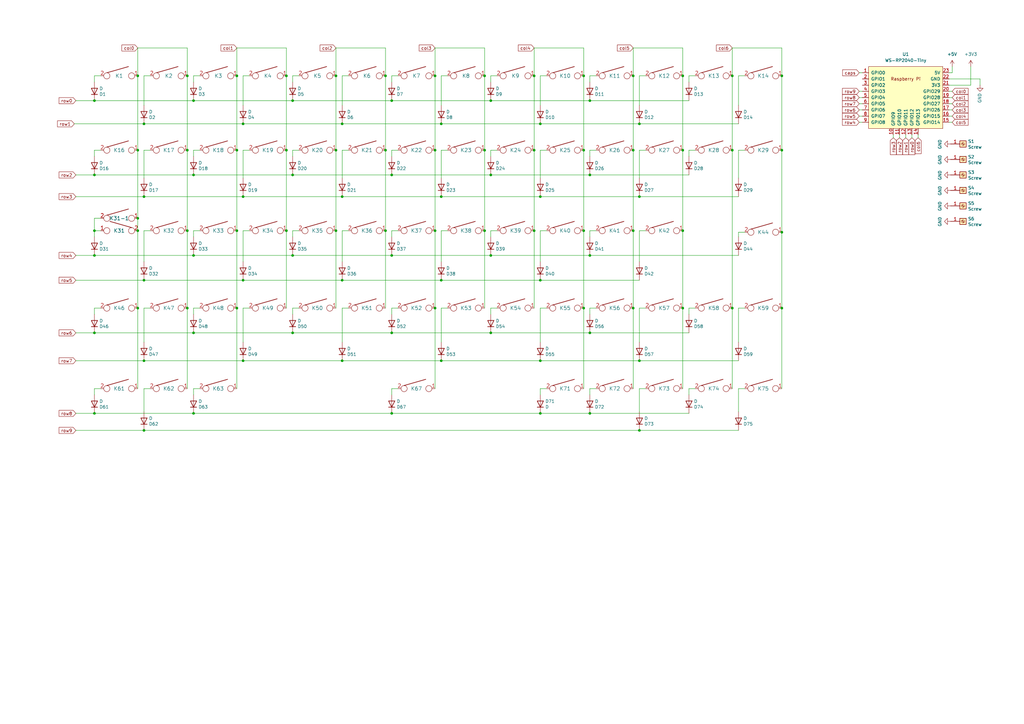
<source format=kicad_sch>
(kicad_sch (version 20211123) (generator eeschema)
  (paper "A3")
  (junction (at 198.755 94.615))
  (junction (at 198.755 61.595))
  (junction (at 59.055 176.53))
  (junction (at 56.515 94.615))
  (junction (at 201.295 104.775))
  (junction (at 241.935 169.545))
  (junction (at 140.335 80.645))
  (junction (at 262.255 50.8))
  (junction (at 280.035 31.115))
  (junction (at 120.015 136.525))
  (junction (at 201.295 71.755))
  (junction (at 280.035 126.365))
  (junction (at 79.375 71.755))
  (junction (at 300.355 126.365))
  (junction (at 201.295 41.275))
  (junction (at 259.715 61.595))
  (junction (at 320.675 126.365))
  (junction (at 239.395 126.365))
  (junction (at 56.515 31.115))
  (junction (at 158.115 31.115))
  (junction (at 56.515 61.595))
  (junction (at 219.075 94.615))
  (junction (at 178.435 61.595))
  (junction (at 137.795 31.115))
  (junction (at 160.655 169.545))
  (junction (at 262.255 80.645))
  (junction (at 221.615 114.935))
  (junction (at 178.435 31.115))
  (junction (at 97.155 61.595))
  (junction (at 76.835 126.365))
  (junction (at 221.615 50.8))
  (junction (at 120.015 104.775))
  (junction (at 79.375 104.775))
  (junction (at 137.795 61.595))
  (junction (at 76.835 31.115))
  (junction (at 38.735 169.545))
  (junction (at 79.375 169.545))
  (junction (at 300.355 31.115))
  (junction (at 219.075 61.595))
  (junction (at 180.975 80.645))
  (junction (at 239.395 31.115))
  (junction (at 320.675 61.595))
  (junction (at 99.695 114.935))
  (junction (at 97.155 31.115))
  (junction (at 180.975 147.955))
  (junction (at 76.835 61.595))
  (junction (at 280.035 61.595))
  (junction (at 241.935 104.775))
  (junction (at 38.735 41.275))
  (junction (at 137.795 94.615))
  (junction (at 259.715 94.615))
  (junction (at 97.155 94.615))
  (junction (at 221.615 147.955))
  (junction (at 117.475 31.115))
  (junction (at 178.435 126.365))
  (junction (at 120.015 71.755))
  (junction (at 241.935 136.525))
  (junction (at 241.935 41.275))
  (junction (at 239.395 61.595))
  (junction (at 239.395 94.615))
  (junction (at 59.055 147.955))
  (junction (at 59.055 80.645))
  (junction (at 79.375 136.525))
  (junction (at 158.115 94.615))
  (junction (at 259.715 126.365))
  (junction (at 79.375 41.275))
  (junction (at 221.615 169.545))
  (junction (at 99.695 80.645))
  (junction (at 201.295 136.525))
  (junction (at 38.735 136.525))
  (junction (at 120.015 41.275))
  (junction (at 97.155 126.365))
  (junction (at 198.755 31.115))
  (junction (at 56.515 126.365))
  (junction (at 59.055 50.8))
  (junction (at 300.355 61.595))
  (junction (at 140.335 147.955))
  (junction (at 320.675 31.115))
  (junction (at 59.055 114.935))
  (junction (at 140.335 114.935))
  (junction (at 158.115 61.595))
  (junction (at 160.655 136.525))
  (junction (at 76.835 94.615))
  (junction (at 180.975 114.935))
  (junction (at 140.335 50.8))
  (junction (at 262.255 147.955))
  (junction (at 178.435 94.615))
  (junction (at 160.655 41.275))
  (junction (at 262.255 176.53))
  (junction (at 99.695 50.8))
  (junction (at 117.475 61.595))
  (junction (at 99.695 147.955))
  (junction (at 38.735 71.755))
  (junction (at 180.975 50.8))
  (junction (at 280.035 94.615))
  (junction (at 160.655 104.775))
  (junction (at 38.735 104.775))
  (junction (at 241.935 71.755))
  (junction (at 160.655 71.755))
  (junction (at 219.075 31.115))
  (junction (at 320.675 95.25))
  (junction (at 221.615 80.645))
  (junction (at 38.735 94.615))
  (junction (at 56.515 89.535))
  (junction (at 117.475 94.615))
  (junction (at 259.715 31.115))
  (wire (pts (xy 97.155 94.615) (xy 97.155 126.365)))
  (wire (pts (xy 221.615 159.385) (xy 224.155 159.385)))
  (wire (pts (xy 137.795 19.685) (xy 158.115 19.685)))
  (wire (pts (xy 59.055 50.8) (xy 99.695 50.8)))
  (wire (pts (xy 390.525 40.005) (xy 389.255 40.005)))
  (wire (pts (xy 259.715 94.615) (xy 259.715 126.365)))
  (wire (pts (xy 390.525 45.085) (xy 389.255 45.085)))
  (wire (pts (xy 38.735 31.115) (xy 41.275 31.115)))
  (wire (pts (xy 221.615 80.645) (xy 262.255 80.645)))
  (wire (pts (xy 38.735 104.775) (xy 79.375 104.775)))
  (wire (pts (xy 201.295 61.595) (xy 203.835 61.595)))
  (wire (pts (xy 79.375 94.615) (xy 81.915 94.615)))
  (wire (pts (xy 198.755 61.595) (xy 198.755 94.615)))
  (wire (pts (xy 38.735 159.385) (xy 41.275 159.385)))
  (wire (pts (xy 352.425 29.845) (xy 353.695 29.845)))
  (wire (pts (xy 201.295 94.615) (xy 203.835 94.615)))
  (wire (pts (xy 120.015 33.655) (xy 120.015 31.115)))
  (wire (pts (xy 280.035 126.365) (xy 280.035 159.385)))
  (wire (pts (xy 219.075 19.685) (xy 239.395 19.685)))
  (wire (pts (xy 241.935 64.135) (xy 241.935 61.595)))
  (wire (pts (xy 59.055 176.53) (xy 262.255 176.53)))
  (wire (pts (xy 99.695 140.335) (xy 99.695 126.365)))
  (wire (pts (xy 79.375 41.275) (xy 120.015 41.275)))
  (wire (pts (xy 158.115 61.595) (xy 158.115 94.615)))
  (wire (pts (xy 59.055 126.365) (xy 61.595 126.365)))
  (wire (pts (xy 221.615 114.935) (xy 262.255 114.935)))
  (wire (pts (xy 99.695 147.955) (xy 140.335 147.955)))
  (wire (pts (xy 59.055 114.935) (xy 99.695 114.935)))
  (wire (pts (xy 160.655 41.275) (xy 201.295 41.275)))
  (wire (pts (xy 262.255 126.365) (xy 264.795 126.365)))
  (wire (pts (xy 302.895 140.335) (xy 302.895 126.365)))
  (wire (pts (xy 79.375 64.135) (xy 79.375 61.595)))
  (wire (pts (xy 374.015 56.515) (xy 374.015 55.245)))
  (wire (pts (xy 352.425 45.085) (xy 353.695 45.085)))
  (wire (pts (xy 302.895 31.115) (xy 305.435 31.115)))
  (wire (pts (xy 352.425 47.625) (xy 353.695 47.625)))
  (wire (pts (xy 262.255 140.335) (xy 262.255 126.365)))
  (wire (pts (xy 241.935 159.385) (xy 244.475 159.385)))
  (wire (pts (xy 239.395 126.365) (xy 239.395 159.385)))
  (wire (pts (xy 180.975 114.935) (xy 221.615 114.935)))
  (wire (pts (xy 368.935 56.515) (xy 368.935 55.245)))
  (wire (pts (xy 140.335 73.025) (xy 140.335 61.595)))
  (wire (pts (xy 79.375 71.755) (xy 120.015 71.755)))
  (wire (pts (xy 198.755 94.615) (xy 198.755 126.365)))
  (wire (pts (xy 262.255 168.91) (xy 262.255 159.385)))
  (wire (pts (xy 59.055 43.18) (xy 59.055 31.115)))
  (wire (pts (xy 320.675 95.25) (xy 320.675 126.365)))
  (wire (pts (xy 140.335 126.365) (xy 142.875 126.365)))
  (wire (pts (xy 302.895 73.025) (xy 302.895 61.595)))
  (wire (pts (xy 201.295 136.525) (xy 241.935 136.525)))
  (wire (pts (xy 180.975 126.365) (xy 183.515 126.365)))
  (wire (pts (xy 259.715 19.685) (xy 280.035 19.685)))
  (wire (pts (xy 180.975 147.955) (xy 221.615 147.955)))
  (wire (pts (xy 97.155 61.595) (xy 97.155 94.615)))
  (wire (pts (xy 120.015 64.135) (xy 120.015 61.595)))
  (wire (pts (xy 99.695 31.115) (xy 102.235 31.115)))
  (wire (pts (xy 280.035 31.115) (xy 280.035 61.595)))
  (wire (pts (xy 262.255 61.595) (xy 264.795 61.595)))
  (wire (pts (xy 178.435 31.115) (xy 178.435 19.685)))
  (wire (pts (xy 59.055 159.385) (xy 61.595 159.385)))
  (wire (pts (xy 180.975 31.115) (xy 183.515 31.115)))
  (wire (pts (xy 140.335 43.18) (xy 140.335 31.115)))
  (wire (pts (xy 302.895 126.365) (xy 305.435 126.365)))
  (wire (pts (xy 117.475 31.115) (xy 117.475 61.595)))
  (wire (pts (xy 56.515 126.365) (xy 56.515 159.385)))
  (wire (pts (xy 300.355 31.115) (xy 300.355 19.685)))
  (wire (pts (xy 160.655 128.905) (xy 160.655 126.365)))
  (wire (pts (xy 282.575 126.365) (xy 285.115 126.365)))
  (wire (pts (xy 390.525 29.845) (xy 389.255 29.845)))
  (wire (pts (xy 59.055 140.335) (xy 59.055 126.365)))
  (wire (pts (xy 31.115 80.645) (xy 59.055 80.645)))
  (wire (pts (xy 160.655 104.775) (xy 201.295 104.775)))
  (wire (pts (xy 117.475 19.685) (xy 117.475 31.115)))
  (wire (pts (xy 140.335 80.645) (xy 180.975 80.645)))
  (wire (pts (xy 76.835 19.685) (xy 76.835 31.115)))
  (wire (pts (xy 262.255 80.645) (xy 302.895 80.645)))
  (wire (pts (xy 140.335 50.8) (xy 180.975 50.8)))
  (wire (pts (xy 160.655 159.385) (xy 163.195 159.385)))
  (wire (pts (xy 239.395 19.685) (xy 239.395 31.115)))
  (wire (pts (xy 31.115 71.755) (xy 38.735 71.755)))
  (wire (pts (xy 158.115 31.115) (xy 158.115 61.595)))
  (wire (pts (xy 160.655 126.365) (xy 163.195 126.365)))
  (wire (pts (xy 390.525 42.545) (xy 389.255 42.545)))
  (wire (pts (xy 201.295 31.115) (xy 203.835 31.115)))
  (wire (pts (xy 158.115 94.615) (xy 158.115 126.365)))
  (wire (pts (xy 31.115 41.275) (xy 38.735 41.275)))
  (wire (pts (xy 79.375 126.365) (xy 81.915 126.365)))
  (wire (pts (xy 239.395 31.115) (xy 239.395 61.595)))
  (wire (pts (xy 241.935 126.365) (xy 244.475 126.365)))
  (wire (pts (xy 401.955 32.385) (xy 389.255 32.385)))
  (wire (pts (xy 262.255 107.315) (xy 262.255 94.615)))
  (wire (pts (xy 99.695 61.595) (xy 102.235 61.595)))
  (wire (pts (xy 120.015 104.775) (xy 160.655 104.775)))
  (wire (pts (xy 99.695 126.365) (xy 102.235 126.365)))
  (wire (pts (xy 198.755 19.685) (xy 198.755 31.115)))
  (wire (pts (xy 79.375 159.385) (xy 81.915 159.385)))
  (wire (pts (xy 99.695 107.315) (xy 99.695 94.615)))
  (wire (pts (xy 262.255 73.025) (xy 262.255 61.595)))
  (wire (pts (xy 30.48 50.8) (xy 59.055 50.8)))
  (wire (pts (xy 241.935 169.545) (xy 221.615 169.545)))
  (wire (pts (xy 41.275 89.535) (xy 38.735 89.535)))
  (wire (pts (xy 38.735 71.755) (xy 79.375 71.755)))
  (wire (pts (xy 56.515 19.685) (xy 56.515 31.115)))
  (wire (pts (xy 180.975 50.8) (xy 221.615 50.8)))
  (wire (pts (xy 160.655 71.755) (xy 201.295 71.755)))
  (wire (pts (xy 38.735 89.535) (xy 38.735 94.615)))
  (wire (pts (xy 76.835 31.115) (xy 76.835 61.595)))
  (wire (pts (xy 201.295 71.755) (xy 241.935 71.755)))
  (wire (pts (xy 201.295 126.365) (xy 203.835 126.365)))
  (wire (pts (xy 219.075 31.115) (xy 219.075 19.685)))
  (wire (pts (xy 178.435 19.685) (xy 198.755 19.685)))
  (wire (pts (xy 160.655 136.525) (xy 201.295 136.525)))
  (wire (pts (xy 160.655 64.135) (xy 160.655 61.595)))
  (wire (pts (xy 97.155 31.115) (xy 97.155 61.595)))
  (wire (pts (xy 38.735 41.275) (xy 79.375 41.275)))
  (wire (pts (xy 56.515 94.615) (xy 56.515 126.365)))
  (wire (pts (xy 137.795 61.595) (xy 137.795 31.115)))
  (wire (pts (xy 262.255 94.615) (xy 264.795 94.615)))
  (wire (pts (xy 320.675 61.595) (xy 320.675 95.25)))
  (wire (pts (xy 120.015 128.905) (xy 120.015 126.365)))
  (wire (pts (xy 262.255 50.8) (xy 302.895 50.8)))
  (wire (pts (xy 305.435 95.25) (xy 302.895 95.25)))
  (wire (pts (xy 221.615 107.315) (xy 221.615 94.615)))
  (wire (pts (xy 302.895 168.91) (xy 302.895 159.385)))
  (wire (pts (xy 140.335 31.115) (xy 142.875 31.115)))
  (wire (pts (xy 300.355 126.365) (xy 300.355 159.385)))
  (wire (pts (xy 241.935 97.155) (xy 241.935 94.615)))
  (wire (pts (xy 398.145 27.305) (xy 398.145 34.925)))
  (wire (pts (xy 140.335 114.935) (xy 180.975 114.935)))
  (wire (pts (xy 140.335 107.315) (xy 140.335 94.615)))
  (wire (pts (xy 38.735 94.615) (xy 41.275 94.615)))
  (wire (pts (xy 137.795 31.115) (xy 137.795 19.685)))
  (wire (pts (xy 160.655 94.615) (xy 163.195 94.615)))
  (wire (pts (xy 120.015 126.365) (xy 122.555 126.365)))
  (wire (pts (xy 280.035 19.685) (xy 280.035 31.115)))
  (wire (pts (xy 59.055 168.91) (xy 59.055 159.385)))
  (wire (pts (xy 201.295 33.655) (xy 201.295 31.115)))
  (wire (pts (xy 180.975 73.025) (xy 180.975 61.595)))
  (wire (pts (xy 282.575 159.385) (xy 285.115 159.385)))
  (wire (pts (xy 262.255 31.115) (xy 264.795 31.115)))
  (wire (pts (xy 282.575 33.655) (xy 282.575 31.115)))
  (wire (pts (xy 401.955 34.925) (xy 401.955 32.385)))
  (wire (pts (xy 280.035 61.595) (xy 280.035 94.615)))
  (wire (pts (xy 117.475 94.615) (xy 117.475 126.365)))
  (wire (pts (xy 390.525 50.165) (xy 389.255 50.165)))
  (wire (pts (xy 38.735 161.925) (xy 38.735 159.385)))
  (wire (pts (xy 221.615 61.595) (xy 224.155 61.595)))
  (wire (pts (xy 241.935 161.925) (xy 241.935 159.385)))
  (wire (pts (xy 221.615 140.335) (xy 221.615 126.365)))
  (wire (pts (xy 140.335 140.335) (xy 140.335 126.365)))
  (wire (pts (xy 221.615 43.18) (xy 221.615 31.115)))
  (wire (pts (xy 120.015 31.115) (xy 122.555 31.115)))
  (wire (pts (xy 219.075 61.595) (xy 219.075 31.115)))
  (wire (pts (xy 302.895 43.18) (xy 302.895 31.115)))
  (wire (pts (xy 221.615 126.365) (xy 224.155 126.365)))
  (wire (pts (xy 241.935 33.655) (xy 241.935 31.115)))
  (wire (pts (xy 259.715 61.595) (xy 259.715 31.115)))
  (wire (pts (xy 180.975 107.315) (xy 180.975 94.615)))
  (wire (pts (xy 99.695 50.8) (xy 140.335 50.8)))
  (wire (pts (xy 120.015 41.275) (xy 160.655 41.275)))
  (wire (pts (xy 376.555 56.515) (xy 376.555 55.245)))
  (wire (pts (xy 201.295 97.155) (xy 201.295 94.615)))
  (wire (pts (xy 97.155 126.365) (xy 97.155 159.385)))
  (wire (pts (xy 178.435 126.365) (xy 178.435 159.385)))
  (wire (pts (xy 76.835 61.595) (xy 76.835 94.615)))
  (wire (pts (xy 366.395 56.515) (xy 366.395 55.245)))
  (wire (pts (xy 221.615 161.925) (xy 221.615 159.385)))
  (wire (pts (xy 201.295 104.775) (xy 241.935 104.775)))
  (wire (pts (xy 178.435 94.615) (xy 178.435 126.365)))
  (wire (pts (xy 99.695 94.615) (xy 102.235 94.615)))
  (wire (pts (xy 160.655 31.115) (xy 163.195 31.115)))
  (wire (pts (xy 79.375 136.525) (xy 120.015 136.525)))
  (wire (pts (xy 31.115 136.525) (xy 38.735 136.525)))
  (wire (pts (xy 120.015 136.525) (xy 160.655 136.525)))
  (wire (pts (xy 158.115 19.685) (xy 158.115 31.115)))
  (wire (pts (xy 371.475 56.515) (xy 371.475 55.245)))
  (wire (pts (xy 221.615 50.8) (xy 262.255 50.8)))
  (wire (pts (xy 79.375 161.925) (xy 79.375 159.385)))
  (wire (pts (xy 262.255 43.18) (xy 262.255 31.115)))
  (wire (pts (xy 79.375 104.775) (xy 120.015 104.775)))
  (wire (pts (xy 79.375 31.115) (xy 81.915 31.115)))
  (wire (pts (xy 320.675 126.365) (xy 320.675 159.385)))
  (wire (pts (xy 137.795 94.615) (xy 137.795 61.595)))
  (wire (pts (xy 59.055 147.955) (xy 99.695 147.955)))
  (wire (pts (xy 219.075 126.365) (xy 219.075 94.615)))
  (wire (pts (xy 79.375 61.595) (xy 81.915 61.595)))
  (wire (pts (xy 241.935 128.905) (xy 241.935 126.365)))
  (wire (pts (xy 31.115 114.935) (xy 59.055 114.935)))
  (wire (pts (xy 160.655 161.925) (xy 160.655 159.385)))
  (wire (pts (xy 221.615 94.615) (xy 224.155 94.615)))
  (wire (pts (xy 56.515 89.535) (xy 56.515 94.615)))
  (wire (pts (xy 239.395 61.595) (xy 239.395 94.615)))
  (wire (pts (xy 59.055 31.115) (xy 61.595 31.115)))
  (wire (pts (xy 241.935 31.115) (xy 244.475 31.115)))
  (wire (pts (xy 398.145 34.925) (xy 389.255 34.925)))
  (wire (pts (xy 300.355 61.595) (xy 300.355 126.365)))
  (wire (pts (xy 38.735 61.595) (xy 41.275 61.595)))
  (wire (pts (xy 241.935 94.615) (xy 244.475 94.615)))
  (wire (pts (xy 160.655 169.545) (xy 221.615 169.545)))
  (wire (pts (xy 390.525 37.465) (xy 389.255 37.465)))
  (wire (pts (xy 38.735 104.775) (xy 31.115 104.775)))
  (wire (pts (xy 160.655 97.155) (xy 160.655 94.615)))
  (wire (pts (xy 160.655 169.545) (xy 79.375 169.545)))
  (wire (pts (xy 201.295 64.135) (xy 201.295 61.595)))
  (wire (pts (xy 79.375 97.155) (xy 79.375 94.615)))
  (wire (pts (xy 300.355 19.685) (xy 320.675 19.685)))
  (wire (pts (xy 180.975 43.18) (xy 180.975 31.115)))
  (wire (pts (xy 262.255 147.955) (xy 302.895 147.955)))
  (wire (pts (xy 219.075 94.615) (xy 219.075 61.595)))
  (wire (pts (xy 262.255 159.385) (xy 264.795 159.385)))
  (wire (pts (xy 38.735 126.365) (xy 41.275 126.365)))
  (wire (pts (xy 390.525 27.305) (xy 390.525 29.845)))
  (wire (pts (xy 140.335 61.595) (xy 142.875 61.595)))
  (wire (pts (xy 97.155 19.685) (xy 97.155 31.115)))
  (wire (pts (xy 99.695 80.645) (xy 140.335 80.645)))
  (wire (pts (xy 221.615 147.955) (xy 262.255 147.955)))
  (wire (pts (xy 282.575 31.115) (xy 285.115 31.115)))
  (wire (pts (xy 390.525 47.625) (xy 389.255 47.625)))
  (wire (pts (xy 178.435 61.595) (xy 178.435 31.115)))
  (wire (pts (xy 241.935 61.595) (xy 244.475 61.595)))
  (wire (pts (xy 160.655 33.655) (xy 160.655 31.115)))
  (wire (pts (xy 59.055 61.595) (xy 61.595 61.595)))
  (wire (pts (xy 76.835 126.365) (xy 76.835 159.385)))
  (wire (pts (xy 221.615 31.115) (xy 224.155 31.115)))
  (wire (pts (xy 320.675 31.115) (xy 320.675 61.595)))
  (wire (pts (xy 79.375 128.905) (xy 79.375 126.365)))
  (wire (pts (xy 180.975 140.335) (xy 180.975 126.365)))
  (wire (pts (xy 302.895 95.25) (xy 302.895 97.155)))
  (wire (pts (xy 59.055 73.025) (xy 59.055 61.595)))
  (wire (pts (xy 99.695 73.025) (xy 99.695 61.595)))
  (wire (pts (xy 201.295 41.275) (xy 241.935 41.275)))
  (wire (pts (xy 241.935 41.275) (xy 282.575 41.275)))
  (wire (pts (xy 178.435 61.595) (xy 178.435 94.615)))
  (wire (pts (xy 56.515 31.115) (xy 56.515 61.595)))
  (wire (pts (xy 239.395 94.615) (xy 239.395 126.365)))
  (wire (pts (xy 120.015 94.615) (xy 122.555 94.615)))
  (wire (pts (xy 352.425 42.545) (xy 353.695 42.545)))
  (wire (pts (xy 282.575 61.595) (xy 285.115 61.595)))
  (wire (pts (xy 201.295 128.905) (xy 201.295 126.365)))
  (wire (pts (xy 352.425 40.005) (xy 353.695 40.005)))
  (wire (pts (xy 99.695 43.18) (xy 99.695 31.115)))
  (wire (pts (xy 59.055 80.645) (xy 99.695 80.645)))
  (wire (pts (xy 38.735 136.525) (xy 79.375 136.525)))
  (wire (pts (xy 282.575 161.925) (xy 282.575 159.385)))
  (wire (pts (xy 140.335 147.955) (xy 180.975 147.955)))
  (wire (pts (xy 59.055 94.615) (xy 61.595 94.615)))
  (wire (pts (xy 31.115 176.53) (xy 59.055 176.53)))
  (wire (pts (xy 99.695 114.935) (xy 140.335 114.935)))
  (wire (pts (xy 300.355 61.595) (xy 300.355 31.115)))
  (wire (pts (xy 241.935 104.775) (xy 302.895 104.775)))
  (wire (pts (xy 76.835 94.615) (xy 76.835 126.365)))
  (wire (pts (xy 56.515 19.685) (xy 76.835 19.685)))
  (wire (pts (xy 140.335 94.615) (xy 142.875 94.615)))
  (wire (pts (xy 262.255 176.53) (xy 302.895 176.53)))
  (wire (pts (xy 120.015 61.595) (xy 122.555 61.595)))
  (wire (pts (xy 198.755 31.115) (xy 198.755 61.595)))
  (wire (pts (xy 38.735 97.155) (xy 38.735 94.615)))
  (wire (pts (xy 38.735 169.545) (xy 79.375 169.545)))
  (wire (pts (xy 38.735 64.135) (xy 38.735 61.595)))
  (wire (pts (xy 79.375 33.655) (xy 79.375 31.115)))
  (wire (pts (xy 352.425 50.165) (xy 353.695 50.165)))
  (wire (pts (xy 160.655 61.595) (xy 163.195 61.595)))
  (wire (pts (xy 221.615 73.025) (xy 221.615 61.595)))
  (wire (pts (xy 38.735 33.655) (xy 38.735 31.115)))
  (wire (pts (xy 38.735 169.545) (xy 31.115 169.545)))
  (wire (pts (xy 180.975 61.595) (xy 183.515 61.595)))
  (wire (pts (xy 282.575 128.905) (xy 282.575 126.365)))
  (wire (pts (xy 259.715 94.615) (xy 259.715 61.595)))
  (wire (pts (xy 38.735 128.905) (xy 38.735 126.365)))
  (wire (pts (xy 302.895 61.595) (xy 305.435 61.595)))
  (wire (pts (xy 241.935 136.525) (xy 282.575 136.525)))
  (wire (pts (xy 180.975 80.645) (xy 221.615 80.645)))
  (wire (pts (xy 31.115 147.955) (xy 59.055 147.955)))
  (wire (pts (xy 59.055 107.315) (xy 59.055 94.615)))
  (wire (pts (xy 241.935 169.545) (xy 282.575 169.545)))
  (wire (pts (xy 120.015 71.755) (xy 160.655 71.755)))
  (wire (pts (xy 302.895 159.385) (xy 305.435 159.385)))
  (wire (pts (xy 320.675 19.685) (xy 320.675 31.115)))
  (wire (pts (xy 280.035 94.615) (xy 280.035 126.365)))
  (wire (pts (xy 120.015 97.155) (xy 120.015 94.615)))
  (wire (pts (xy 241.935 71.755) (xy 282.575 71.755)))
  (wire (pts (xy 259.715 126.365) (xy 259.715 159.385)))
  (wire (pts (xy 117.475 61.595) (xy 117.475 94.615)))
  (wire (pts (xy 259.715 31.115) (xy 259.715 19.685)))
  (wire (pts (xy 180.975 94.615) (xy 183.515 94.615)))
  (wire (pts (xy 352.425 37.465) (xy 353.695 37.465)))
  (wire (pts (xy 56.515 61.595) (xy 56.515 89.535)))
  (wire (pts (xy 97.155 19.685) (xy 117.475 19.685)))
  (wire (pts (xy 137.795 126.365) (xy 137.795 94.615)))
  (wire (pts (xy 282.575 64.135) (xy 282.575 61.595)))
  (global_label "row7" (shape input) (at 352.425 42.545 180) (property "Intersheet References" "${INTERSHEET_REFS}" (effects hide)))
  (global_label "col5" (shape input) (at 390.525 50.165 0) (property "Intersheet References" "${INTERSHEET_REFS}" (effects hide)))
  (global_label "col4" (shape input) (at 219.075 19.685 180) (property "Intersheet References" "${INTERSHEET_REFS}" (effects hide)))
  (global_label "row1" (shape input) (at 30.48 50.8 180) (property "Intersheet References" "${INTERSHEET_REFS}" (effects hide)))
  (global_label "row4" (shape input) (at 352.425 50.165 180) (property "Intersheet References" "${INTERSHEET_REFS}" (effects hide)))
  (global_label "row8" (shape input) (at 352.425 40.005 180) (property "Intersheet References" "${INTERSHEET_REFS}" (effects hide)))
  (global_label "col4" (shape input) (at 390.525 47.625 0) (property "Intersheet References" "${INTERSHEET_REFS}" (effects hide)))
  (global_label "row3" (shape input) (at 366.395 56.515 270) (property "Intersheet References" "${INTERSHEET_REFS}" (effects hide)))
  (global_label "row5" (shape input) (at 352.425 47.625 180) (property "Intersheet References" "${INTERSHEET_REFS}" (effects hide)))
  (global_label "row1" (shape input) (at 371.475 56.515 270) (property "Intersheet References" "${INTERSHEET_REFS}" (effects hide)))
  (global_label "row7" (shape input) (at 31.115 147.955 180) (property "Intersheet References" "${INTERSHEET_REFS}" (effects hide)))
  (global_label "row5" (shape input) (at 31.115 114.935 180) (property "Intersheet References" "${INTERSHEET_REFS}" (effects hide)))
  (global_label "col0" (shape input) (at 56.515 19.685 180) (property "Intersheet References" "${INTERSHEET_REFS}" (effects hide)))
  (global_label "col6" (shape input) (at 300.355 19.685 180) (property "Intersheet References" "${INTERSHEET_REFS}" (effects hide)))
  (global_label "row2" (shape input) (at 31.115 71.755 180) (property "Intersheet References" "${INTERSHEET_REFS}" (effects hide)))
  (global_label "row3" (shape input) (at 31.115 80.645 180) (property "Intersheet References" "${INTERSHEET_REFS}" (effects hide)))
  (global_label "row4" (shape input) (at 31.115 104.775 180) (property "Intersheet References" "${INTERSHEET_REFS}" (effects hide)))
  (global_label "row6" (shape input) (at 31.115 136.525 180) (property "Intersheet References" "${INTERSHEET_REFS}" (effects hide)))
  (global_label "col1" (shape input) (at 390.525 40.005 0) (property "Intersheet References" "${INTERSHEET_REFS}" (effects hide)))
  (global_label "col3" (shape input) (at 178.435 19.685 180) (property "Intersheet References" "${INTERSHEET_REFS}" (effects hide)))
  (global_label "row2" (shape input) (at 368.935 56.515 270) (property "Intersheet References" "${INTERSHEET_REFS}" (effects hide)))
  (global_label "row8" (shape input) (at 31.115 169.545 180) (property "Intersheet References" "${INTERSHEET_REFS}" (effects hide)))
  (global_label "col2" (shape input) (at 390.525 42.545 0) (property "Intersheet References" "${INTERSHEET_REFS}" (effects hide)))
  (global_label "caps" (shape input) (at 352.425 29.845 180) (property "Intersheet References" "${INTERSHEET_REFS}" (effects hide)))
  (global_label "col2" (shape input) (at 137.795 19.685 180) (property "Intersheet References" "${INTERSHEET_REFS}" (effects hide)))
  (global_label "row6" (shape input) (at 352.425 45.085 180) (property "Intersheet References" "${INTERSHEET_REFS}" (effects hide)))
  (global_label "row0" (shape input) (at 374.015 56.515 270) (property "Intersheet References" "${INTERSHEET_REFS}" (effects hide)))
  (global_label "col5" (shape input) (at 259.715 19.685 180) (property "Intersheet References" "${INTERSHEET_REFS}" (effects hide)))
  (global_label "row9" (shape input) (at 31.115 176.53 180) (property "Intersheet References" "${INTERSHEET_REFS}" (effects hide)))
  (global_label "col6" (shape input) (at 376.555 56.515 270) (property "Intersheet References" "${INTERSHEET_REFS}" (effects hide)))
  (global_label "col1" (shape input) (at 97.155 19.685 180) (property "Intersheet References" "${INTERSHEET_REFS}" (effects hide)))
  (global_label "col3" (shape input) (at 390.525 45.085 0) (property "Intersheet References" "${INTERSHEET_REFS}" (effects hide)))
  (global_label "row0" (shape input) (at 31.115 41.275 180) (property "Intersheet References" "${INTERSHEET_REFS}" (effects hide)))
  (global_label "col0" (shape input) (at 390.525 37.465 0) (property "Intersheet References" "${INTERSHEET_REFS}" (effects hide)))
  (global_label "row9" (shape input) (at 352.425 37.465 180) (property "Intersheet References" "${INTERSHEET_REFS}" (effects hide)))
  (symbol (lib_id "Connector:Screw_Terminal_01x01") (at 394.97 59.055 0) (unit 1)
    (property "Reference" "S1" (at 397.002 57.9882 0) (effects (justify left)))
    (property "Value" "Screw" (at 397.002 60.2996 0) (effects (justify left)))
    (property "Footprint" "schizobovine:3_5x2.5mm" (effects hide))
  )
  (symbol (lib_id "Power:GND") (at 389.89 59.055 270) (unit 1)
    (property "Reference" "#PWR0114" (effects hide))
    (property "Value" "GND" (at 385.4958 59.182 0))
  )
  (symbol (lib_id "Connector:Screw_Terminal_01x01") (at 394.97 65.405 0) (unit 1)
    (property "Reference" "S2" (at 397.002 64.3382 0) (effects (justify left)))
    (property "Value" "Screw" (at 397.002 66.6496 0) (effects (justify left)))
    (property "Footprint" "schizobovine:3_5x2.5mm" (effects hide))
  )
  (symbol (lib_id "Power:GND") (at 389.89 65.405 270) (unit 1)
    (property "Reference" "#PWR0115" (effects hide))
    (property "Value" "GND" (at 385.4958 65.532 0))
  )
  (symbol (lib_id "Connector:Screw_Terminal_01x01") (at 394.97 71.755 0) (unit 1)
    (property "Reference" "S3" (at 397.002 70.6882 0) (effects (justify left)))
    (property "Value" "Screw" (at 397.002 72.9996 0) (effects (justify left)))
    (property "Footprint" "schizobovine:MountingHole_2.2mm_M2_Pad_TopOnly" (effects hide))
  )
  (symbol (lib_id "Power:GND") (at 389.89 71.755 270) (unit 1)
    (property "Reference" "#PWR0116" (effects hide))
    (property "Value" "GND" (at 385.4958 71.882 0))
  )
  (symbol (lib_id "Connector:Screw_Terminal_01x01") (at 394.97 78.105 0) (unit 1)
    (property "Reference" "S4" (at 397.002 77.0382 0) (effects (justify left)))
    (property "Value" "Screw" (at 397.002 79.3496 0) (effects (justify left)))
    (property "Footprint" "schizobovine:8x3.5_7x2.5mm" (effects hide))
  )
  (symbol (lib_id "Power:GND") (at 389.89 78.105 270) (unit 1)
    (property "Reference" "#PWR0117" (effects hide))
    (property "Value" "GND" (at 385.4958 78.232 0))
  )
  (symbol (lib_id "Connector:Screw_Terminal_01x01") (at 394.97 84.455 0) (unit 1)
    (property "Reference" "S5" (at 397.002 83.3882 0) (effects (justify left)))
    (property "Value" "Screw" (at 397.002 85.6996 0) (effects (justify left)))
    (property "Footprint" "schizobovine:8x3.5_7x2.5mm" (effects hide))
  )
  (symbol (lib_id "Power:GND") (at 389.89 84.455 270) (unit 1)
    (property "Reference" "#PWR0118" (effects hide))
    (property "Value" "GND" (at 385.4958 84.582 0))
  )
  (symbol (lib_id "Connector:Screw_Terminal_01x01") (at 394.97 90.805 0) (unit 1)
    (property "Reference" "S6" (at 397.002 89.7382 0) (effects (justify left)))
    (property "Value" "Screw" (at 397.002 92.0496 0) (effects (justify left)))
    (property "Footprint" "schizobovine:3_5x2.5mm" (effects hide))
  )
  (symbol (lib_id "Power:GND") (at 389.89 90.805 270) (unit 1)
    (property "Reference" "#PWR0119" (effects hide))
    (property "Value" "GND" (at 385.4958 90.932 0))
  )
  (symbol (lib_id "keyboard_parts:KEYSW") (at 48.895 31.115 0) (unit 1)
    (property "Reference" "K1" (at 48.895 31.115 0) (effects (font (size 1.524 1.524))))
    (property "Value" "KEYSW" (effects hide))
    (property "Footprint" "Switch_Keyboard_Hotswap_Kailh_mine:SW_Hotswap_Kailh_Choc_V2_1.00u" (effects hide))
  )
  (symbol (lib_id "Device:D") (at 38.735 37.465 270) (mirror x) (unit 1)
    (property "Reference" "D1" (at 40.7416 38.6334 90) (effects (justify left)))
    (property "Value" "D" (at 40.7416 36.322 90) (effects (justify left)))
    (property "Footprint" "Diode_SMD:D_SOD-323_HandSoldering" (effects hide))
  )
  (symbol (lib_id "keyboard_parts:KEYSW") (at 69.215 31.115 0) (unit 1)
    (property "Reference" "K2" (at 69.215 31.115 0) (effects (font (size 1.524 1.524))))
    (property "Value" "KEYSW" (effects hide))
    (property "Footprint" "Switch_Keyboard_Hotswap_Kailh_mine:SW_Hotswap_Kailh_Choc_V2_1.00u" (effects hide))
  )
  (symbol (lib_id "Device:D") (at 59.055 46.99 270) (mirror x) (unit 1)
    (property "Reference" "D2" (at 61.0616 48.1584 90) (effects (justify left)))
    (property "Value" "D" (at 61.0616 45.847 90) (effects (justify left)))
    (property "Footprint" "Diode_SMD:D_SOD-323_HandSoldering" (effects hide))
  )
  (symbol (lib_id "keyboard_parts:KEYSW") (at 89.535 31.115 0) (unit 1)
    (property "Reference" "K3" (at 89.535 31.115 0) (effects (font (size 1.524 1.524))))
    (property "Value" "KEYSW" (effects hide))
    (property "Footprint" "Switch_Keyboard_Hotswap_Kailh_mine:SW_Hotswap_Kailh_Choc_V2_1.00u" (effects hide))
  )
  (symbol (lib_id "Device:D") (at 79.375 37.465 270) (mirror x) (unit 1)
    (property "Reference" "D3" (at 81.3816 38.6334 90) (effects (justify left)))
    (property "Value" "D" (at 81.3816 36.322 90) (effects (justify left)))
    (property "Footprint" "Diode_SMD:D_SOD-323_HandSoldering" (effects hide))
  )
  (symbol (lib_id "keyboard_parts:KEYSW") (at 109.855 31.115 0) (unit 1)
    (property "Reference" "K4" (at 109.855 31.115 0) (effects (font (size 1.524 1.524))))
    (property "Value" "KEYSW" (effects hide))
    (property "Footprint" "Switch_Keyboard_Hotswap_Kailh_mine:SW_Hotswap_Kailh_Choc_V2_1.00u" (effects hide))
  )
  (symbol (lib_id "Device:D") (at 99.695 46.99 270) (mirror x) (unit 1)
    (property "Reference" "D4" (at 101.7016 48.1584 90) (effects (justify left)))
    (property "Value" "D" (at 101.7016 45.847 90) (effects (justify left)))
    (property "Footprint" "Diode_SMD:D_SOD-323_HandSoldering" (effects hide))
  )
  (symbol (lib_id "keyboard_parts:KEYSW") (at 130.175 31.115 0) (unit 1)
    (property "Reference" "K5" (at 130.175 31.115 0) (effects (font (size 1.524 1.524))))
    (property "Value" "KEYSW" (effects hide))
    (property "Footprint" "Switch_Keyboard_Hotswap_Kailh_mine:SW_Hotswap_Kailh_Choc_V2_1.00u" (effects hide))
  )
  (symbol (lib_id "Device:D") (at 120.015 37.465 270) (mirror x) (unit 1)
    (property "Reference" "D5" (at 122.0216 38.6334 90) (effects (justify left)))
    (property "Value" "D" (at 122.0216 36.322 90) (effects (justify left)))
    (property "Footprint" "Diode_SMD:D_SOD-323_HandSoldering" (effects hide))
  )
  (symbol (lib_id "keyboard_parts:KEYSW") (at 150.495 31.115 0) (unit 1)
    (property "Reference" "K6" (at 150.495 31.115 0) (effects (font (size 1.524 1.524))))
    (property "Value" "KEYSW" (effects hide))
    (property "Footprint" "Switch_Keyboard_Hotswap_Kailh_mine:SW_Hotswap_Kailh_Choc_V2_1.00u" (effects hide))
  )
  (symbol (lib_id "Device:D") (at 140.335 46.99 270) (mirror x) (unit 1)
    (property "Reference" "D6" (at 142.3416 48.1584 90) (effects (justify left)))
    (property "Value" "D" (at 142.3416 45.847 90) (effects (justify left)))
    (property "Footprint" "Diode_SMD:D_SOD-323_HandSoldering" (effects hide))
  )
  (symbol (lib_id "keyboard_parts:KEYSW") (at 170.815 31.115 0) (unit 1)
    (property "Reference" "K7" (at 170.815 31.115 0) (effects (font (size 1.524 1.524))))
    (property "Value" "KEYSW" (effects hide))
    (property "Footprint" "Switch_Keyboard_Hotswap_Kailh_mine:SW_Hotswap_Kailh_Choc_V2_1.00u" (effects hide))
  )
  (symbol (lib_id "Device:D") (at 160.655 37.465 270) (mirror x) (unit 1)
    (property "Reference" "D7" (at 162.6616 38.6334 90) (effects (justify left)))
    (property "Value" "D" (at 162.6616 36.322 90) (effects (justify left)))
    (property "Footprint" "Diode_SMD:D_SOD-323_HandSoldering" (effects hide))
  )
  (symbol (lib_id "keyboard_parts:KEYSW") (at 191.135 31.115 0) (unit 1)
    (property "Reference" "K8" (at 191.135 31.115 0) (effects (font (size 1.524 1.524))))
    (property "Value" "KEYSW" (effects hide))
    (property "Footprint" "Switch_Keyboard_Hotswap_Kailh_mine:SW_Hotswap_Kailh_Choc_V2_1.00u" (effects hide))
  )
  (symbol (lib_id "Device:D") (at 180.975 46.99 270) (mirror x) (unit 1)
    (property "Reference" "D8" (at 182.9816 48.1584 90) (effects (justify left)))
    (property "Value" "D" (at 182.9816 45.847 90) (effects (justify left)))
    (property "Footprint" "Diode_SMD:D_SOD-323_HandSoldering" (effects hide))
  )
  (symbol (lib_id "keyboard_parts:KEYSW") (at 211.455 31.115 0) (unit 1)
    (property "Reference" "K9" (at 211.455 31.115 0) (effects (font (size 1.524 1.524))))
    (property "Value" "KEYSW" (effects hide))
    (property "Footprint" "Switch_Keyboard_Hotswap_Kailh_mine:SW_Hotswap_Kailh_Choc_V2_1.00u" (effects hide))
  )
  (symbol (lib_id "Device:D") (at 201.295 37.465 270) (mirror x) (unit 1)
    (property "Reference" "D9" (at 203.3016 38.6334 90) (effects (justify left)))
    (property "Value" "D" (at 203.3016 36.322 90) (effects (justify left)))
    (property "Footprint" "Diode_SMD:D_SOD-323_HandSoldering" (effects hide))
  )
  (symbol (lib_id "keyboard_parts:KEYSW") (at 231.775 31.115 0) (unit 1)
    (property "Reference" "K10" (at 231.775 31.115 0) (effects (font (size 1.524 1.524))))
    (property "Value" "KEYSW" (effects hide))
    (property "Footprint" "Switch_Keyboard_Hotswap_Kailh_mine:SW_Hotswap_Kailh_Choc_V2_1.00u" (effects hide))
  )
  (symbol (lib_id "Device:D") (at 221.615 46.99 270) (mirror x) (unit 1)
    (property "Reference" "D10" (at 223.6216 48.1584 90) (effects (justify left)))
    (property "Value" "D" (at 223.6216 45.847 90) (effects (justify left)))
    (property "Footprint" "Diode_SMD:D_SOD-323_HandSoldering" (effects hide))
  )
  (symbol (lib_id "keyboard_parts:KEYSW") (at 252.095 31.115 0) (unit 1)
    (property "Reference" "K11" (at 252.095 31.115 0) (effects (font (size 1.524 1.524))))
    (property "Value" "KEYSW" (effects hide))
    (property "Footprint" "Switch_Keyboard_Hotswap_Kailh_mine:SW_Hotswap_Kailh_Choc_V2_1.00u" (effects hide))
  )
  (symbol (lib_id "Device:D") (at 241.935 37.465 270) (mirror x) (unit 1)
    (property "Reference" "D11" (at 243.9416 38.6334 90) (effects (justify left)))
    (property "Value" "D" (at 243.9416 36.322 90) (effects (justify left)))
    (property "Footprint" "Diode_SMD:D_SOD-323_HandSoldering" (effects hide))
  )
  (symbol (lib_id "keyboard_parts:KEYSW") (at 272.415 31.115 0) (unit 1)
    (property "Reference" "K12" (at 272.415 31.115 0) (effects (font (size 1.524 1.524))))
    (property "Value" "KEYSW" (effects hide))
    (property "Footprint" "Switch_Keyboard_Hotswap_Kailh_mine:SW_Hotswap_Kailh_Choc_V2_1.00u" (effects hide))
  )
  (symbol (lib_id "Device:D") (at 262.255 46.99 270) (mirror x) (unit 1)
    (property "Reference" "D12" (at 264.2616 48.1584 90) (effects (justify left)))
    (property "Value" "D" (at 264.2616 45.847 90) (effects (justify left)))
    (property "Footprint" "Diode_SMD:D_SOD-323_HandSoldering" (effects hide))
  )
  (symbol (lib_id "keyboard_parts:KEYSW") (at 292.735 31.115 0) (unit 1)
    (property "Reference" "K13" (at 292.735 31.115 0) (effects (font (size 1.524 1.524))))
    (property "Value" "KEYSW" (effects hide))
    (property "Footprint" "Switch_Keyboard_Hotswap_Kailh_mine:SW_Hotswap_Kailh_Choc_V2_1.00u" (effects hide))
  )
  (symbol (lib_id "Device:D") (at 282.575 37.465 270) (mirror x) (unit 1)
    (property "Reference" "D13" (at 284.5816 38.6334 90) (effects (justify left)))
    (property "Value" "D" (at 284.5816 36.322 90) (effects (justify left)))
    (property "Footprint" "Diode_SMD:D_SOD-323_HandSoldering" (effects hide))
  )
  (symbol (lib_id "keyboard_parts:KEYSW") (at 313.055 31.115 0) (unit 1)
    (property "Reference" "K14" (at 313.055 31.115 0) (effects (font (size 1.524 1.524))))
    (property "Value" "KEYSW" (effects hide))
    (property "Footprint" "Switch_Keyboard_Hotswap_Kailh_mine:SW_Hotswap_Kailh_Choc_V2_2.00u_270deg_Gateron_LP_Stabs" (effects hide))
  )
  (symbol (lib_id "Device:D") (at 302.895 46.99 270) (mirror x) (unit 1)
    (property "Reference" "D14" (at 304.9016 48.1584 90) (effects (justify left)))
    (property "Value" "D" (at 304.9016 45.847 90) (effects (justify left)))
    (property "Footprint" "Diode_SMD:D_SOD-323_HandSoldering" (effects hide))
  )
  (symbol (lib_id "keyboard_parts:KEYSW") (at 48.895 61.595 0) (unit 1)
    (property "Reference" "K16" (at 48.895 61.595 0) (effects (font (size 1.524 1.524))))
    (property "Value" "KEYSW" (effects hide))
    (property "Footprint" "Switch_Keyboard_Hotswap_Kailh_mine:SW_Hotswap_Kailh_Choc_V2_1.50u" (effects hide))
  )
  (symbol (lib_id "Device:D") (at 38.735 67.945 270) (mirror x) (unit 1)
    (property "Reference" "D16" (at 40.7416 69.1134 90) (effects (justify left)))
    (property "Value" "D" (at 40.7416 66.802 90) (effects (justify left)))
    (property "Footprint" "Diode_SMD:D_SOD-323_HandSoldering" (effects hide))
  )
  (symbol (lib_id "keyboard_parts:KEYSW") (at 69.215 61.595 0) (unit 1)
    (property "Reference" "K17" (at 69.215 61.595 0) (effects (font (size 1.524 1.524))))
    (property "Value" "KEYSW" (effects hide))
    (property "Footprint" "Switch_Keyboard_Hotswap_Kailh_mine:SW_Hotswap_Kailh_Choc_V2_1.00u" (effects hide))
  )
  (symbol (lib_id "Device:D") (at 59.055 76.835 270) (mirror x) (unit 1)
    (property "Reference" "D17" (at 61.0616 78.0034 90) (effects (justify left)))
    (property "Value" "D" (at 61.0616 75.692 90) (effects (justify left)))
    (property "Footprint" "Diode_SMD:D_SOD-323_HandSoldering" (effects hide))
  )
  (symbol (lib_id "keyboard_parts:KEYSW") (at 89.535 61.595 0) (unit 1)
    (property "Reference" "K18" (at 89.535 61.595 0) (effects (font (size 1.524 1.524))))
    (property "Value" "KEYSW" (effects hide))
    (property "Footprint" "Switch_Keyboard_Hotswap_Kailh_mine:SW_Hotswap_Kailh_Choc_V2_1.00u" (effects hide))
  )
  (symbol (lib_id "Device:D") (at 79.375 67.945 270) (mirror x) (unit 1)
    (property "Reference" "D18" (at 81.3816 69.1134 90) (effects (justify left)))
    (property "Value" "D" (at 81.3816 66.802 90) (effects (justify left)))
    (property "Footprint" "Diode_SMD:D_SOD-323_HandSoldering" (effects hide))
  )
  (symbol (lib_id "keyboard_parts:KEYSW") (at 109.855 61.595 0) (unit 1)
    (property "Reference" "K19" (at 109.855 61.595 0) (effects (font (size 1.524 1.524))))
    (property "Value" "KEYSW" (effects hide))
    (property "Footprint" "Switch_Keyboard_Hotswap_Kailh_mine:SW_Hotswap_Kailh_Choc_V2_1.00u" (effects hide))
  )
  (symbol (lib_id "Device:D") (at 99.695 76.835 270) (mirror x) (unit 1)
    (property "Reference" "D19" (at 101.7016 78.0034 90) (effects (justify left)))
    (property "Value" "D" (at 101.7016 75.692 90) (effects (justify left)))
    (property "Footprint" "Diode_SMD:D_SOD-323_HandSoldering" (effects hide))
  )
  (symbol (lib_id "keyboard_parts:KEYSW") (at 130.175 61.595 0) (unit 1)
    (property "Reference" "K20" (at 130.175 61.595 0) (effects (font (size 1.524 1.524))))
    (property "Value" "KEYSW" (effects hide))
    (property "Footprint" "Switch_Keyboard_Hotswap_Kailh_mine:SW_Hotswap_Kailh_Choc_V2_1.00u" (effects hide))
  )
  (symbol (lib_id "Device:D") (at 120.015 67.945 270) (mirror x) (unit 1)
    (property "Reference" "D20" (at 122.0216 69.1134 90) (effects (justify left)))
    (property "Value" "D" (at 122.0216 66.802 90) (effects (justify left)))
    (property "Footprint" "Diode_SMD:D_SOD-323_HandSoldering" (effects hide))
  )
  (symbol (lib_id "keyboard_parts:KEYSW") (at 150.495 61.595 0) (unit 1)
    (property "Reference" "K21" (at 150.495 61.595 0) (effects (font (size 1.524 1.524))))
    (property "Value" "KEYSW" (effects hide))
    (property "Footprint" "Switch_Keyboard_Hotswap_Kailh_mine:SW_Hotswap_Kailh_Choc_V2_1.00u" (effects hide))
  )
  (symbol (lib_id "Device:D") (at 140.335 76.835 270) (mirror x) (unit 1)
    (property "Reference" "D21" (at 142.3416 78.0034 90) (effects (justify left)))
    (property "Value" "D" (at 142.3416 75.692 90) (effects (justify left)))
    (property "Footprint" "Diode_SMD:D_SOD-323_HandSoldering" (effects hide))
  )
  (symbol (lib_id "keyboard_parts:KEYSW") (at 170.815 61.595 0) (unit 1)
    (property "Reference" "K22" (at 170.815 61.595 0) (effects (font (size 1.524 1.524))))
    (property "Value" "KEYSW" (effects hide))
    (property "Footprint" "Switch_Keyboard_Hotswap_Kailh_mine:SW_Hotswap_Kailh_Choc_V2_1.00u" (effects hide))
  )
  (symbol (lib_id "Device:D") (at 160.655 67.945 270) (mirror x) (unit 1)
    (property "Reference" "D22" (at 162.6616 69.1134 90) (effects (justify left)))
    (property "Value" "D" (at 162.6616 66.802 90) (effects (justify left)))
    (property "Footprint" "Diode_SMD:D_SOD-323_HandSoldering" (effects hide))
  )
  (symbol (lib_id "keyboard_parts:KEYSW") (at 191.135 61.595 0) (unit 1)
    (property "Reference" "K23" (at 191.135 61.595 0) (effects (font (size 1.524 1.524))))
    (property "Value" "KEYSW" (effects hide))
    (property "Footprint" "Switch_Keyboard_Hotswap_Kailh_mine:SW_Hotswap_Kailh_Choc_V2_1.00u" (effects hide))
  )
  (symbol (lib_id "Device:D") (at 180.975 76.835 270) (mirror x) (unit 1)
    (property "Reference" "D23" (at 182.9816 78.0034 90) (effects (justify left)))
    (property "Value" "D" (at 182.9816 75.692 90) (effects (justify left)))
    (property "Footprint" "Diode_SMD:D_SOD-323_HandSoldering" (effects hide))
  )
  (symbol (lib_id "keyboard_parts:KEYSW") (at 211.455 61.595 0) (unit 1)
    (property "Reference" "K24" (at 211.455 61.595 0) (effects (font (size 1.524 1.524))))
    (property "Value" "KEYSW" (effects hide))
    (property "Footprint" "Switch_Keyboard_Hotswap_Kailh_mine:SW_Hotswap_Kailh_Choc_V2_1.00u" (effects hide))
  )
  (symbol (lib_id "Device:D") (at 201.295 67.945 270) (mirror x) (unit 1)
    (property "Reference" "D24" (at 203.3016 69.1134 90) (effects (justify left)))
    (property "Value" "D" (at 203.3016 66.802 90) (effects (justify left)))
    (property "Footprint" "Diode_SMD:D_SOD-323_HandSoldering" (effects hide))
  )
  (symbol (lib_id "keyboard_parts:KEYSW") (at 231.775 61.595 0) (unit 1)
    (property "Reference" "K25" (at 231.775 61.595 0) (effects (font (size 1.524 1.524))))
    (property "Value" "KEYSW" (effects hide))
    (property "Footprint" "Switch_Keyboard_Hotswap_Kailh_mine:SW_Hotswap_Kailh_Choc_V2_1.00u" (effects hide))
  )
  (symbol (lib_id "Device:D") (at 221.615 76.835 270) (mirror x) (unit 1)
    (property "Reference" "D25" (at 223.6216 78.0034 90) (effects (justify left)))
    (property "Value" "D" (at 223.6216 75.692 90) (effects (justify left)))
    (property "Footprint" "Diode_SMD:D_SOD-323_HandSoldering" (effects hide))
  )
  (symbol (lib_id "keyboard_parts:KEYSW") (at 252.095 61.595 0) (unit 1)
    (property "Reference" "K26" (at 252.095 61.595 0) (effects (font (size 1.524 1.524))))
    (property "Value" "KEYSW" (effects hide))
    (property "Footprint" "Switch_Keyboard_Hotswap_Kailh_mine:SW_Hotswap_Kailh_Choc_V2_1.00u" (effects hide))
  )
  (symbol (lib_id "Device:D") (at 241.935 67.945 270) (mirror x) (unit 1)
    (property "Reference" "D26" (at 243.9416 69.1134 90) (effects (justify left)))
    (property "Value" "D" (at 243.9416 66.802 90) (effects (justify left)))
    (property "Footprint" "Diode_SMD:D_SOD-323_HandSoldering" (effects hide))
  )
  (symbol (lib_id "keyboard_parts:KEYSW") (at 272.415 61.595 0) (unit 1)
    (property "Reference" "K27" (at 272.415 61.595 0) (effects (font (size 1.524 1.524))))
    (property "Value" "KEYSW" (effects hide))
    (property "Footprint" "Switch_Keyboard_Hotswap_Kailh_mine:SW_Hotswap_Kailh_Choc_V2_1.00u" (effects hide))
  )
  (symbol (lib_id "Device:D") (at 262.255 76.835 270) (mirror x) (unit 1)
    (property "Reference" "D27" (at 264.2616 78.0034 90) (effects (justify left)))
    (property "Value" "D" (at 264.2616 75.692 90) (effects (justify left)))
    (property "Footprint" "Diode_SMD:D_SOD-323_HandSoldering" (effects hide))
  )
  (symbol (lib_id "keyboard_parts:KEYSW") (at 292.735 61.595 0) (unit 1)
    (property "Reference" "K28" (at 292.735 61.595 0) (effects (font (size 1.524 1.524))))
    (property "Value" "KEYSW" (effects hide))
    (property "Footprint" "Switch_Keyboard_Hotswap_Kailh_mine:SW_Hotswap_Kailh_Choc_V2_1.00u" (effects hide))
  )
  (symbol (lib_id "Device:D") (at 282.575 67.945 270) (mirror x) (unit 1)
    (property "Reference" "D28" (at 284.5816 69.1134 90) (effects (justify left)))
    (property "Value" "D" (at 284.5816 66.802 90) (effects (justify left)))
    (property "Footprint" "Diode_SMD:D_SOD-323_HandSoldering" (effects hide))
  )
  (symbol (lib_id "keyboard_parts:KEYSW") (at 313.055 61.595 0) (unit 1)
    (property "Reference" "K29" (at 313.055 61.595 0) (effects (font (size 1.524 1.524))))
    (property "Value" "KEYSW" (effects hide))
    (property "Footprint" "Switch_Keyboard_Hotswap_Kailh_mine:SW_Hotswap_Kailh_Choc_V2_1.50u" (effects hide))
  )
  (symbol (lib_id "Device:D") (at 302.895 76.835 270) (mirror x) (unit 1)
    (property "Reference" "D29" (at 304.9016 78.0034 90) (effects (justify left)))
    (property "Value" "D" (at 304.9016 75.692 90) (effects (justify left)))
    (property "Footprint" "Diode_SMD:D_SOD-323_HandSoldering" (effects hide))
  )
  (symbol (lib_id "keyboard_parts:KEYSW") (at 48.895 94.615 0) (mirror y) (unit 1)
    (property "Reference" "K31" (at 48.895 94.615 0) (effects (font (size 1.524 1.524))))
    (property "Value" "KEYSW" (effects hide))
    (property "Footprint" "Switch_Keyboard_Hotswap_Kailh_mine:SW_Hotswap_Kailh_Choc_V2_1.75u" (effects hide))
  )
  (symbol (lib_id "Device:D") (at 38.735 100.965 270) (mirror x) (unit 1)
    (property "Reference" "D31" (at 40.7416 102.1334 90) (effects (justify left)))
    (property "Value" "D" (at 40.7416 99.822 90) (effects (justify left)))
    (property "Footprint" "Diode_SMD:D_SOD-323_HandSoldering" (effects hide))
  )
  (symbol (lib_id "keyboard_parts:KEYSW") (at 69.215 94.615 0) (unit 1)
    (property "Reference" "K32" (at 69.215 94.615 0) (effects (font (size 1.524 1.524))))
    (property "Value" "KEYSW" (effects hide))
    (property "Footprint" "Switch_Keyboard_Hotswap_Kailh_mine:SW_Hotswap_Kailh_Choc_V2_1.00u" (effects hide))
  )
  (symbol (lib_id "Device:D") (at 59.055 111.125 270) (mirror x) (unit 1)
    (property "Reference" "D32" (at 61.0616 112.2934 90) (effects (justify left)))
    (property "Value" "D" (at 61.0616 109.982 90) (effects (justify left)))
    (property "Footprint" "Diode_SMD:D_SOD-323_HandSoldering" (effects hide))
  )
  (symbol (lib_id "keyboard_parts:KEYSW") (at 89.535 94.615 0) (unit 1)
    (property "Reference" "K33" (at 89.535 94.615 0) (effects (font (size 1.524 1.524))))
    (property "Value" "KEYSW" (effects hide))
    (property "Footprint" "Switch_Keyboard_Hotswap_Kailh_mine:SW_Hotswap_Kailh_Choc_V2_1.00u" (effects hide))
  )
  (symbol (lib_id "Device:D") (at 79.375 100.965 270) (mirror x) (unit 1)
    (property "Reference" "D33" (at 81.3816 102.1334 90) (effects (justify left)))
    (property "Value" "D" (at 81.3816 99.822 90) (effects (justify left)))
    (property "Footprint" "Diode_SMD:D_SOD-323_HandSoldering" (effects hide))
  )
  (symbol (lib_id "keyboard_parts:KEYSW") (at 109.855 94.615 0) (unit 1)
    (property "Reference" "K34" (at 109.855 94.615 0) (effects (font (size 1.524 1.524))))
    (property "Value" "KEYSW" (effects hide))
    (property "Footprint" "Switch_Keyboard_Hotswap_Kailh_mine:SW_Hotswap_Kailh_Choc_V2_1.00u" (effects hide))
  )
  (symbol (lib_id "Device:D") (at 99.695 111.125 270) (mirror x) (unit 1)
    (property "Reference" "D34" (at 101.7016 112.2934 90) (effects (justify left)))
    (property "Value" "D" (at 101.7016 109.982 90) (effects (justify left)))
    (property "Footprint" "Diode_SMD:D_SOD-323_HandSoldering" (effects hide))
  )
  (symbol (lib_id "keyboard_parts:KEYSW") (at 130.175 94.615 0) (unit 1)
    (property "Reference" "K35" (at 130.175 94.615 0) (effects (font (size 1.524 1.524))))
    (property "Value" "KEYSW" (effects hide))
    (property "Footprint" "Switch_Keyboard_Hotswap_Kailh_mine:SW_Hotswap_Kailh_Choc_V2_1.00u" (effects hide))
  )
  (symbol (lib_id "Device:D") (at 120.015 100.965 270) (mirror x) (unit 1)
    (property "Reference" "D35" (at 122.0216 102.1334 90) (effects (justify left)))
    (property "Value" "D" (at 122.0216 99.822 90) (effects (justify left)))
    (property "Footprint" "Diode_SMD:D_SOD-323_HandSoldering" (effects hide))
  )
  (symbol (lib_id "keyboard_parts:KEYSW") (at 150.495 94.615 0) (unit 1)
    (property "Reference" "K36" (at 150.495 94.615 0) (effects (font (size 1.524 1.524))))
    (property "Value" "KEYSW" (effects hide))
    (property "Footprint" "Switch_Keyboard_Hotswap_Kailh_mine:SW_Hotswap_Kailh_Choc_V2_1.00u" (effects hide))
  )
  (symbol (lib_id "Device:D") (at 140.335 111.125 270) (mirror x) (unit 1)
    (property "Reference" "D36" (at 142.3416 112.2934 90) (effects (justify left)))
    (property "Value" "D" (at 142.3416 109.982 90) (effects (justify left)))
    (property "Footprint" "Diode_SMD:D_SOD-323_HandSoldering" (effects hide))
  )
  (symbol (lib_id "keyboard_parts:KEYSW") (at 170.815 94.615 0) (unit 1)
    (property "Reference" "K37" (at 170.815 94.615 0) (effects (font (size 1.524 1.524))))
    (property "Value" "KEYSW" (effects hide))
    (property "Footprint" "Switch_Keyboard_Hotswap_Kailh_mine:SW_Hotswap_Kailh_Choc_V2_1.00u" (effects hide))
  )
  (symbol (lib_id "Device:D") (at 160.655 100.965 270) (mirror x) (unit 1)
    (property "Reference" "D37" (at 162.6616 102.1334 90) (effects (justify left)))
    (property "Value" "D" (at 162.6616 99.822 90) (effects (justify left)))
    (property "Footprint" "Diode_SMD:D_SOD-323_HandSoldering" (effects hide))
  )
  (symbol (lib_id "keyboard_parts:KEYSW") (at 191.135 94.615 0) (unit 1)
    (property "Reference" "K38" (at 191.135 94.615 0) (effects (font (size 1.524 1.524))))
    (property "Value" "KEYSW" (effects hide))
    (property "Footprint" "Switch_Keyboard_Hotswap_Kailh_mine:SW_Hotswap_Kailh_Choc_V2_1.00u" (effects hide))
  )
  (symbol (lib_id "Device:D") (at 180.975 111.125 270) (mirror x) (unit 1)
    (property "Reference" "D38" (at 182.9816 112.2934 90) (effects (justify left)))
    (property "Value" "D" (at 182.9816 109.982 90) (effects (justify left)))
    (property "Footprint" "Diode_SMD:D_SOD-323_HandSoldering" (effects hide))
  )
  (symbol (lib_id "keyboard_parts:KEYSW") (at 211.455 94.615 0) (unit 1)
    (property "Reference" "K39" (at 211.455 94.615 0) (effects (font (size 1.524 1.524))))
    (property "Value" "KEYSW" (effects hide))
    (property "Footprint" "Switch_Keyboard_Hotswap_Kailh_mine:SW_Hotswap_Kailh_Choc_V2_1.00u" (effects hide))
  )
  (symbol (lib_id "Device:D") (at 201.295 100.965 270) (mirror x) (unit 1)
    (property "Reference" "D39" (at 203.3016 102.1334 90) (effects (justify left)))
    (property "Value" "D" (at 203.3016 99.822 90) (effects (justify left)))
    (property "Footprint" "Diode_SMD:D_SOD-323_HandSoldering" (effects hide))
  )
  (symbol (lib_id "keyboard_parts:KEYSW") (at 231.775 94.615 0) (unit 1)
    (property "Reference" "K40" (at 231.775 94.615 0) (effects (font (size 1.524 1.524))))
    (property "Value" "KEYSW" (effects hide))
    (property "Footprint" "Switch_Keyboard_Hotswap_Kailh_mine:SW_Hotswap_Kailh_Choc_V2_1.00u" (effects hide))
  )
  (symbol (lib_id "Device:D") (at 221.615 111.125 270) (mirror x) (unit 1)
    (property "Reference" "D40" (at 223.6216 112.2934 90) (effects (justify left)))
    (property "Value" "D" (at 223.6216 109.982 90) (effects (justify left)))
    (property "Footprint" "Diode_SMD:D_SOD-323_HandSoldering" (effects hide))
  )
  (symbol (lib_id "keyboard_parts:KEYSW") (at 252.095 94.615 0) (unit 1)
    (property "Reference" "K41" (at 252.095 94.615 0) (effects (font (size 1.524 1.524))))
    (property "Value" "KEYSW" (effects hide))
    (property "Footprint" "Switch_Keyboard_Hotswap_Kailh_mine:SW_Hotswap_Kailh_Choc_V2_1.00u" (effects hide))
  )
  (symbol (lib_id "Device:D") (at 241.935 100.965 270) (mirror x) (unit 1)
    (property "Reference" "D41" (at 243.9416 102.1334 90) (effects (justify left)))
    (property "Value" "D" (at 243.9416 99.822 90) (effects (justify left)))
    (property "Footprint" "Diode_SMD:D_SOD-323_HandSoldering" (effects hide))
  )
  (symbol (lib_id "keyboard_parts:KEYSW") (at 272.415 94.615 0) (unit 1)
    (property "Reference" "K42" (at 272.415 94.615 0) (effects (font (size 1.524 1.524))))
    (property "Value" "KEYSW" (effects hide))
    (property "Footprint" "Switch_Keyboard_Hotswap_Kailh_mine:SW_Hotswap_Kailh_Choc_V2_1.00u" (effects hide))
  )
  (symbol (lib_id "Device:D") (at 262.255 111.125 270) (mirror x) (unit 1)
    (property "Reference" "D42" (at 264.2616 112.2934 90) (effects (justify left)))
    (property "Value" "D" (at 264.2616 109.982 90) (effects (justify left)))
    (property "Footprint" "Diode_SMD:D_SOD-323_HandSoldering" (effects hide))
  )
  (symbol (lib_id "keyboard_parts:KEYSW") (at 313.055 95.25 0) (unit 1)
    (property "Reference" "K44" (at 313.055 95.25 0) (effects (font (size 1.524 1.524))))
    (property "Value" "KEYSW" (effects hide))
    (property "Footprint" "Switch_Keyboard_Hotswap_Kailh_mine:SW_Hotswap_Kailh_Choc_V2_2.25u_90deg_Gateron_LP_Stabs" (effects hide))
  )
  (symbol (lib_id "Device:D") (at 302.895 100.965 270) (mirror x) (unit 1)
    (property "Reference" "D44" (at 304.9016 102.1334 90) (effects (justify left)))
    (property "Value" "D" (at 304.9016 99.822 90) (effects (justify left)))
    (property "Footprint" "Diode_SMD:D_SOD-323_HandSoldering" (effects hide))
  )
  (symbol (lib_id "keyboard_parts:KEYSW") (at 48.895 126.365 0) (unit 1)
    (property "Reference" "K46" (at 48.895 126.365 0) (effects (font (size 1.524 1.524))))
    (property "Value" "KEYSW" (effects hide))
    (property "Footprint" "Switch_Keyboard_Hotswap_Kailh_mine:SW_Hotswap_Kailh_Choc_V2_2.00u_90deg_Gateron_LP_Stabs" (effects hide))
  )
  (symbol (lib_id "Device:D") (at 38.735 132.715 270) (mirror x) (unit 1)
    (property "Reference" "D46" (at 40.7416 133.8834 90) (effects (justify left)))
    (property "Value" "D" (at 40.7416 131.572 90) (effects (justify left)))
    (property "Footprint" "Diode_SMD:D_SOD-323_HandSoldering" (effects hide))
  )
  (symbol (lib_id "keyboard_parts:KEYSW") (at 89.535 126.365 0) (unit 1)
    (property "Reference" "K48" (at 89.535 126.365 0) (effects (font (size 1.524 1.524))))
    (property "Value" "KEYSW" (effects hide))
    (property "Footprint" "Switch_Keyboard_Hotswap_Kailh_mine:SW_Hotswap_Kailh_Choc_V2_1.00u" (effects hide))
  )
  (symbol (lib_id "Device:D") (at 79.375 132.715 270) (mirror x) (unit 1)
    (property "Reference" "D48" (at 81.3816 133.8834 90) (effects (justify left)))
    (property "Value" "D" (at 81.3816 131.572 90) (effects (justify left)))
    (property "Footprint" "Diode_SMD:D_SOD-323_HandSoldering" (effects hide))
  )
  (symbol (lib_id "keyboard_parts:KEYSW") (at 109.855 126.365 0) (unit 1)
    (property "Reference" "K49" (at 109.855 126.365 0) (effects (font (size 1.524 1.524))))
    (property "Value" "KEYSW" (effects hide))
    (property "Footprint" "Switch_Keyboard_Hotswap_Kailh_mine:SW_Hotswap_Kailh_Choc_V2_1.00u" (effects hide))
  )
  (symbol (lib_id "Device:D") (at 99.695 144.145 270) (mirror x) (unit 1)
    (property "Reference" "D49" (at 101.7016 145.3134 90) (effects (justify left)))
    (property "Value" "D" (at 101.7016 143.002 90) (effects (justify left)))
    (property "Footprint" "Diode_SMD:D_SOD-323_HandSoldering" (effects hide))
  )
  (symbol (lib_id "keyboard_parts:KEYSW") (at 130.175 126.365 0) (unit 1)
    (property "Reference" "K50" (at 130.175 126.365 0) (effects (font (size 1.524 1.524))))
    (property "Value" "KEYSW" (effects hide))
    (property "Footprint" "Switch_Keyboard_Hotswap_Kailh_mine:SW_Hotswap_Kailh_Choc_V2_1.00u" (effects hide))
  )
  (symbol (lib_id "Device:D") (at 120.015 132.715 270) (mirror x) (unit 1)
    (property "Reference" "D50" (at 122.0216 133.8834 90) (effects (justify left)))
    (property "Value" "D" (at 122.0216 131.572 90) (effects (justify left)))
    (property "Footprint" "Diode_SMD:D_SOD-323_HandSoldering" (effects hide))
  )
  (symbol (lib_id "keyboard_parts:KEYSW") (at 150.495 126.365 0) (unit 1)
    (property "Reference" "K51" (at 150.495 126.365 0) (effects (font (size 1.524 1.524))))
    (property "Value" "KEYSW" (effects hide))
    (property "Footprint" "Switch_Keyboard_Hotswap_Kailh_mine:SW_Hotswap_Kailh_Choc_V2_1.00u" (effects hide))
  )
  (symbol (lib_id "Device:D") (at 140.335 144.145 270) (mirror x) (unit 1)
    (property "Reference" "D51" (at 142.3416 145.3134 90) (effects (justify left)))
    (property "Value" "D" (at 142.3416 143.002 90) (effects (justify left)))
    (property "Footprint" "Diode_SMD:D_SOD-323_HandSoldering" (effects hide))
  )
  (symbol (lib_id "keyboard_parts:KEYSW") (at 170.815 126.365 0) (unit 1)
    (property "Reference" "K52" (at 170.815 126.365 0) (effects (font (size 1.524 1.524))))
    (property "Value" "KEYSW" (effects hide))
    (property "Footprint" "Switch_Keyboard_Hotswap_Kailh_mine:SW_Hotswap_Kailh_Choc_V2_1.00u" (effects hide))
  )
  (symbol (lib_id "Device:D") (at 160.655 132.715 270) (mirror x) (unit 1)
    (property "Reference" "D52" (at 162.6616 133.8834 90) (effects (justify left)))
    (property "Value" "D" (at 162.6616 131.572 90) (effects (justify left)))
    (property "Footprint" "Diode_SMD:D_SOD-323_HandSoldering" (effects hide))
  )
  (symbol (lib_id "keyboard_parts:KEYSW") (at 191.135 126.365 0) (unit 1)
    (property "Reference" "K53" (at 191.135 126.365 0) (effects (font (size 1.524 1.524))))
    (property "Value" "KEYSW" (effects hide))
    (property "Footprint" "Switch_Keyboard_Hotswap_Kailh_mine:SW_Hotswap_Kailh_Choc_V2_1.00u" (effects hide))
  )
  (symbol (lib_id "Device:D") (at 180.975 144.145 270) (mirror x) (unit 1)
    (property "Reference" "D53" (at 182.9816 145.3134 90) (effects (justify left)))
    (property "Value" "D" (at 182.9816 143.002 90) (effects (justify left)))
    (property "Footprint" "Diode_SMD:D_SOD-323_HandSoldering" (effects hide))
  )
  (symbol (lib_id "keyboard_parts:KEYSW") (at 211.455 126.365 0) (unit 1)
    (property "Reference" "K54" (at 211.455 126.365 0) (effects (font (size 1.524 1.524))))
    (property "Value" "KEYSW" (effects hide))
    (property "Footprint" "Switch_Keyboard_Hotswap_Kailh_mine:SW_Hotswap_Kailh_Choc_V2_1.00u" (effects hide))
  )
  (symbol (lib_id "Device:D") (at 201.295 132.715 270) (mirror x) (unit 1)
    (property "Reference" "D54" (at 203.3016 133.8834 90) (effects (justify left)))
    (property "Value" "D" (at 203.3016 131.572 90) (effects (justify left)))
    (property "Footprint" "Diode_SMD:D_SOD-323_HandSoldering" (effects hide))
  )
  (symbol (lib_id "keyboard_parts:KEYSW") (at 231.775 126.365 0) (unit 1)
    (property "Reference" "K55" (at 231.775 126.365 0) (effects (font (size 1.524 1.524))))
    (property "Value" "KEYSW" (effects hide))
    (property "Footprint" "Switch_Keyboard_Hotswap_Kailh_mine:SW_Hotswap_Kailh_Choc_V2_1.00u" (effects hide))
  )
  (symbol (lib_id "Device:D") (at 221.615 144.145 270) (mirror x) (unit 1)
    (property "Reference" "D55" (at 223.6216 145.3134 90) (effects (justify left)))
    (property "Value" "D" (at 223.6216 143.002 90) (effects (justify left)))
    (property "Footprint" "Diode_SMD:D_SOD-323_HandSoldering" (effects hide))
  )
  (symbol (lib_id "keyboard_parts:KEYSW") (at 252.095 126.365 0) (unit 1)
    (property "Reference" "K56" (at 252.095 126.365 0) (effects (font (size 1.524 1.524))))
    (property "Value" "KEYSW" (effects hide))
    (property "Footprint" "Switch_Keyboard_Hotswap_Kailh_mine:SW_Hotswap_Kailh_Choc_V2_1.00u" (effects hide))
  )
  (symbol (lib_id "Device:D") (at 241.935 132.715 270) (mirror x) (unit 1)
    (property "Reference" "D56" (at 243.9416 133.8834 90) (effects (justify left)))
    (property "Value" "D" (at 243.9416 131.572 90) (effects (justify left)))
    (property "Footprint" "Diode_SMD:D_SOD-323_HandSoldering" (effects hide))
  )
  (symbol (lib_id "keyboard_parts:KEYSW") (at 272.415 126.365 0) (unit 1)
    (property "Reference" "K57" (at 272.415 126.365 0) (effects (font (size 1.524 1.524))))
    (property "Value" "KEYSW" (effects hide))
    (property "Footprint" "Switch_Keyboard_Hotswap_Kailh_mine:SW_Hotswap_Kailh_Choc_V2_1.00u" (effects hide))
  )
  (symbol (lib_id "Device:D") (at 262.255 144.145 270) (mirror x) (unit 1)
    (property "Reference" "D57" (at 264.2616 145.3134 90) (effects (justify left)))
    (property "Value" "D" (at 264.2616 143.002 90) (effects (justify left)))
    (property "Footprint" "Diode_SMD:D_SOD-323_HandSoldering" (effects hide))
  )
  (symbol (lib_id "Device:D") (at 282.575 132.715 270) (mirror x) (unit 1)
    (property "Reference" "D58" (at 284.5816 133.8834 90) (effects (justify left)))
    (property "Value" "D" (at 284.5816 131.572 90) (effects (justify left)))
    (property "Footprint" "Diode_SMD:D_SOD-323_HandSoldering" (effects hide))
  )
  (symbol (lib_id "keyboard_parts:KEYSW") (at 313.055 126.365 0) (unit 1)
    (property "Reference" "K59" (at 313.055 126.365 0) (effects (font (size 1.524 1.524))))
    (property "Value" "KEYSW" (effects hide))
    (property "Footprint" "Switch_Keyboard_Hotswap_Kailh_mine:SW_Hotswap_Kailh_Choc_V2_1.00u" (effects hide))
  )
  (symbol (lib_id "Device:D") (at 302.895 144.145 270) (mirror x) (unit 1)
    (property "Reference" "D59" (at 304.9016 145.3134 90) (effects (justify left)))
    (property "Value" "D" (at 304.9016 143.002 90) (effects (justify left)))
    (property "Footprint" "Diode_SMD:D_SOD-323_HandSoldering" (effects hide))
  )
  (symbol (lib_id "keyboard_parts:KEYSW") (at 48.895 159.385 0) (unit 1)
    (property "Reference" "K61" (at 48.895 159.385 0) (effects (font (size 1.524 1.524))))
    (property "Value" "KEYSW" (effects hide))
    (property "Footprint" "Switch_Keyboard_Hotswap_Kailh_mine:SW_Hotswap_Kailh_Choc_V2_1.25u" (effects hide))
  )
  (symbol (lib_id "Device:D") (at 38.735 165.735 270) (mirror x) (unit 1)
    (property "Reference" "D61" (at 40.7416 166.9034 90) (effects (justify left)))
    (property "Value" "D" (at 40.7416 164.592 90) (effects (justify left)))
    (property "Footprint" "Diode_SMD:D_SOD-323_HandSoldering" (effects hide))
  )
  (symbol (lib_id "keyboard_parts:KEYSW") (at 69.215 159.385 0) (unit 1)
    (property "Reference" "K62" (at 69.215 159.385 0) (effects (font (size 1.524 1.524))))
    (property "Value" "KEYSW" (effects hide))
    (property "Footprint" "Switch_Keyboard_Hotswap_Kailh_mine:SW_Hotswap_Kailh_Choc_V2_1.25u" (effects hide))
  )
  (symbol (lib_id "Device:D") (at 59.055 172.72 270) (mirror x) (unit 1)
    (property "Reference" "D62" (at 61.0616 173.8884 90) (effects (justify left)))
    (property "Value" "D" (at 61.0616 171.577 90) (effects (justify left)))
    (property "Footprint" "Diode_SMD:D_SOD-323_HandSoldering" (effects hide))
  )
  (symbol (lib_id "keyboard_parts:KEYSW") (at 89.535 159.385 0) (unit 1)
    (property "Reference" "K63" (at 89.535 159.385 0) (effects (font (size 1.524 1.524))))
    (property "Value" "KEYSW" (effects hide))
    (property "Footprint" "Switch_Keyboard_Hotswap_Kailh_mine:SW_Hotswap_Kailh_Choc_V2_1.25u" (effects hide))
  )
  (symbol (lib_id "Device:D") (at 79.375 165.735 270) (mirror x) (unit 1)
    (property "Reference" "D63" (at 81.3816 166.9034 90) (effects (justify left)))
    (property "Value" "D" (at 81.3816 164.592 90) (effects (justify left)))
    (property "Footprint" "Diode_SMD:D_SOD-323_HandSoldering" (effects hide))
  )
  (symbol (lib_id "keyboard_parts:KEYSW") (at 170.815 159.385 0) (unit 1)
    (property "Reference" "K67" (at 170.815 159.385 0) (effects (font (size 1.524 1.524))))
    (property "Value" "KEYSW" (effects hide))
    (property "Footprint" "Switch_Keyboard_Hotswap_Kailh_mine:SW_Hotswap_Kailh_Choc_V2_6.25u" (effects hide))
  )
  (symbol (lib_id "Device:D") (at 160.655 165.735 270) (mirror x) (unit 1)
    (property "Reference" "D67" (at 162.6616 166.9034 90) (effects (justify left)))
    (property "Value" "D" (at 162.6616 164.592 90) (effects (justify left)))
    (property "Footprint" "Diode_SMD:D_SOD-323_HandSoldering" (effects hide))
  )
  (symbol (lib_id "keyboard_parts:KEYSW") (at 252.095 159.385 0) (unit 1)
    (property "Reference" "K72" (at 252.095 159.385 0) (effects (font (size 1.524 1.524))))
    (property "Value" "KEYSW" (effects hide))
    (property "Footprint" "Switch_Keyboard_Hotswap_Kailh_mine:SW_Hotswap_Kailh_Choc_V2_1.00u" (effects hide))
  )
  (symbol (lib_id "Device:D") (at 241.935 165.735 270) (mirror x) (unit 1)
    (property "Reference" "D72" (at 243.9416 166.9034 90) (effects (justify left)))
    (property "Value" "D" (at 243.9416 164.592 90) (effects (justify left)))
    (property "Footprint" "Diode_SMD:D_SOD-323_HandSoldering" (effects hide))
  )
  (symbol (lib_id "keyboard_parts:KEYSW") (at 272.415 159.385 0) (unit 1)
    (property "Reference" "K73" (at 272.415 159.385 0) (effects (font (size 1.524 1.524))))
    (property "Value" "KEYSW" (effects hide))
    (property "Footprint" "Switch_Keyboard_Hotswap_Kailh_mine:SW_Hotswap_Kailh_Choc_V2_1.00u" (effects hide))
  )
  (symbol (lib_id "Device:D") (at 262.255 172.72 270) (mirror x) (unit 1)
    (property "Reference" "D73" (at 264.2616 173.8884 90) (effects (justify left)))
    (property "Value" "D" (at 264.2616 171.577 90) (effects (justify left)))
    (property "Footprint" "Diode_SMD:D_SOD-323_HandSoldering" (effects hide))
  )
  (symbol (lib_id "keyboard_parts:KEYSW") (at 292.735 159.385 0) (unit 1)
    (property "Reference" "K74" (at 292.735 159.385 0) (effects (font (size 1.524 1.524))))
    (property "Value" "KEYSW" (effects hide))
    (property "Footprint" "Switch_Keyboard_Hotswap_Kailh_mine:SW_Hotswap_Kailh_Choc_V2_1.00u" (effects hide))
  )
  (symbol (lib_id "Device:D") (at 282.575 165.735 270) (mirror x) (unit 1)
    (property "Reference" "D74" (at 284.5816 166.9034 90) (effects (justify left)))
    (property "Value" "D" (at 284.5816 164.592 90) (effects (justify left)))
    (property "Footprint" "Diode_SMD:D_SOD-323_HandSoldering" (effects hide))
  )
  (symbol (lib_id "keyboard_parts:KEYSW") (at 48.895 89.535 0) (unit 1)
    (property "Reference" "K31-1" (at 48.895 89.535 0) (effects (font (size 1.524 1.524))))
    (property "Value" "KEYSW" (effects hide))
    (property "Footprint" "Switch_Keyboard_Hotswap_Kailh_mine:SW_Hotswap_Kailh_Choc_V2_1.25u" (effects hide))
  )
  (symbol (lib_id "keyboard_parts:KEYSW") (at 292.735 126.365 0) (unit 1)
    (property "Reference" "K58" (at 292.735 126.365 0) (effects (font (size 1.524 1.524))))
    (property "Value" "KEYSW" (effects hide))
    (property "Footprint" "Switch_Keyboard_Hotswap_Kailh_mine:SW_Hotswap_Kailh_Choc_V2_1.00u" (effects hide))
  )
  (symbol (lib_id "keyboard_parts:KEYSW") (at 231.775 159.385 0) (unit 1)
    (property "Reference" "K71" (at 231.775 159.385 0) (effects (font (size 1.524 1.524))))
    (property "Value" "KEYSW" (effects hide))
    (property "Footprint" "Switch_Keyboard_Hotswap_Kailh_mine:SW_Hotswap_Kailh_Choc_V2_1.00u" (effects hide))
  )
  (symbol (lib_id "Device:D") (at 221.615 165.735 270) (mirror x) (unit 1)
    (property "Reference" "D71" (at 223.6216 164.5666 90) (effects (justify left)))
    (property "Value" "D" (at 223.6216 166.878 90) (effects (justify left)))
    (property "Footprint" "Diode_SMD:D_SOD-323_HandSoldering" (effects hide))
  )
  (symbol (lib_id "power:+3V3") (at 398.145 27.305 0) (mirror y) (unit 1)
    (property "Reference" "#PWR0102" (effects hide))
    (property "Value" "+3V3" (at 398.145 22.225 0))
  )
  (symbol (lib_id "Power:GND") (at 401.955 34.925 0) (mirror y) (unit 1)
    (property "Reference" "#PWR0101" (effects hide))
    (property "Value" "GND" (at 401.828 38.1762 90) (effects (justify right)))
  )
  (symbol (lib_id "Device:D") (at 59.055 144.145 270) (mirror x) (unit 1)
    (property "Reference" "D47" (at 61.0616 145.3134 90) (effects (justify left)))
    (property "Value" "D" (at 61.0616 143.002 90) (effects (justify left)))
    (property "Footprint" "Diode_SMD:D_SOD-323_HandSoldering" (effects hide))
  )
  (symbol (lib_id "schizobovine:WS-RP2040-Tiny") (at 372.745 40.005 0) (mirror y) (unit 1)
    (property "Reference" "U1" (at 371.475 22.225 0))
    (property "Value" "WS-RP2040-Tiny" (at 371.475 24.765 0))
    (property "Footprint" "schizobovine:WAVESHARE_RP2040_TINY" (effects hide))
  )
  (symbol (lib_id "keyboard_parts:KEYSW") (at 313.055 159.385 0) (unit 1)
    (property "Reference" "K75" (at 313.055 159.385 0) (effects (font (size 1.524 1.524))))
    (property "Value" "KEYSW" (effects hide))
    (property "Footprint" "Switch_Keyboard_Hotswap_Kailh_mine:SW_Hotswap_Kailh_Choc_V2_1.00u" (effects hide))
  )
  (symbol (lib_id "power:+5V") (at 390.525 27.305 0) (mirror y) (unit 1)
    (property "Reference" "#PWR0104" (effects hide))
    (property "Value" "+5V" (at 390.525 22.225 0))
  )
  (symbol (lib_id "keyboard_parts:KEYSW") (at 69.215 126.365 0) (unit 1)
    (property "Reference" "K47" (at 69.215 126.365 0) (effects (font (size 1.524 1.524))))
    (property "Value" "KEYSW" (effects hide))
    (property "Footprint" "Switch_Keyboard_Hotswap_Kailh_mine:SW_Hotswap_Kailh_Choc_V2_1.00u" (effects hide))
  )
  (symbol (lib_id "Device:D") (at 302.895 172.72 270) (mirror x) (unit 1)
    (property "Reference" "D75" (at 304.9016 173.8884 90) (effects (justify left)))
    (property "Value" "D" (at 304.9016 171.577 90) (effects (justify left)))
    (property "Footprint" "Diode_SMD:D_SOD-323_HandSoldering" (effects hide))
  )
)
</source>
